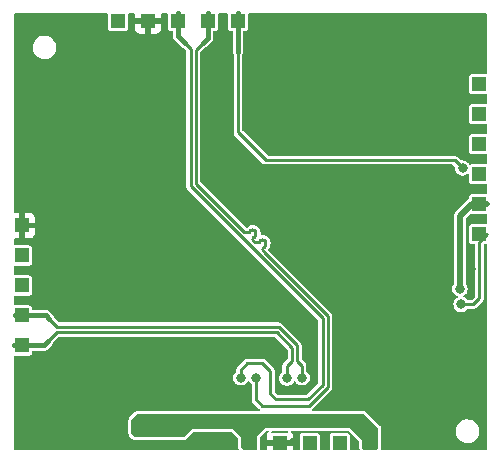
<source format=gbl>
G04 #@! TF.GenerationSoftware,KiCad,Pcbnew,8.0.0-rc1*
G04 #@! TF.CreationDate,2024-10-05T12:40:08+03:00*
G04 #@! TF.ProjectId,EC25_module,45433235-5f6d-46f6-9475-6c652e6b6963,rev?*
G04 #@! TF.SameCoordinates,Original*
G04 #@! TF.FileFunction,Copper,L2,Bot*
G04 #@! TF.FilePolarity,Positive*
%FSLAX46Y46*%
G04 Gerber Fmt 4.6, Leading zero omitted, Abs format (unit mm)*
G04 Created by KiCad (PCBNEW 8.0.0-rc1) date 2024-10-05 12:40:08*
%MOMM*%
%LPD*%
G01*
G04 APERTURE LIST*
G04 #@! TA.AperFunction,CastellatedPad*
%ADD10R,1.200000X1.250000*%
G04 #@! TD*
G04 #@! TA.AperFunction,CastellatedPad*
%ADD11R,1.250000X1.200000*%
G04 #@! TD*
G04 #@! TA.AperFunction,ViaPad*
%ADD12C,0.800000*%
G04 #@! TD*
G04 #@! TA.AperFunction,Conductor*
%ADD13C,0.250000*%
G04 #@! TD*
G04 #@! TA.AperFunction,Conductor*
%ADD14C,0.381000*%
G04 #@! TD*
G04 #@! TA.AperFunction,Conductor*
%ADD15C,0.508000*%
G04 #@! TD*
G04 APERTURE END LIST*
D10*
X125330000Y-78125000D03*
X122790000Y-78125000D03*
X120250000Y-78125000D03*
X117710000Y-78125000D03*
X115170000Y-78125000D03*
X126320000Y-113875000D03*
X128860000Y-113875000D03*
X131400000Y-113875000D03*
X133940000Y-113875000D03*
X136480000Y-113875000D03*
D11*
X145765000Y-96180000D03*
X145765000Y-93640000D03*
X145765000Y-91100000D03*
X145765000Y-88560000D03*
X145765000Y-86020000D03*
X145765000Y-83480000D03*
X107005000Y-95450000D03*
X107005000Y-97990000D03*
X107005000Y-100530000D03*
X107005000Y-103070000D03*
X107005000Y-105610000D03*
D12*
X107760000Y-92250000D03*
X108170000Y-110900000D03*
X114090000Y-91190000D03*
X111040000Y-113120000D03*
X145130000Y-108030000D03*
X111080000Y-79480000D03*
X144980000Y-104570000D03*
X145090000Y-80610000D03*
X107610000Y-82120000D03*
X114650000Y-88180000D03*
X114470000Y-96540000D03*
X114240000Y-93910000D03*
X139630000Y-113310000D03*
X138570000Y-78690000D03*
X107650000Y-89500000D03*
X107650000Y-85730000D03*
X133830000Y-78580000D03*
X114390000Y-86070000D03*
X145050000Y-78540000D03*
X142190000Y-78610000D03*
X130060000Y-113810000D03*
X129800000Y-79060000D03*
X114840000Y-106830000D03*
X114960000Y-102190000D03*
X142490000Y-80530000D03*
X108510000Y-113040000D03*
X145035000Y-99160000D03*
X114540000Y-99290000D03*
X118330000Y-112610000D03*
X117060000Y-112610000D03*
X119720000Y-112590000D03*
X126320000Y-112500000D03*
X134970000Y-112090000D03*
X130750000Y-108340000D03*
X129460000Y-108380000D03*
X144120000Y-100820000D03*
X125570000Y-108340000D03*
X144220000Y-102120000D03*
X126850000Y-108340000D03*
X144340000Y-90590000D03*
D13*
X130350000Y-106920000D02*
X130750000Y-107320000D01*
X110020000Y-104030000D02*
X128776396Y-104030000D01*
X106410000Y-103040000D02*
X106380000Y-103070000D01*
X109315000Y-103325000D02*
X110020000Y-104030000D01*
X128776396Y-104030000D02*
X130350000Y-105603604D01*
D14*
X109315000Y-103325000D02*
X109030000Y-103040000D01*
X109030000Y-103040000D02*
X106410000Y-103040000D01*
D13*
X130750000Y-107320000D02*
X130750000Y-108340000D01*
X130350000Y-105603604D02*
X130350000Y-106920000D01*
X129900000Y-106910000D02*
X129460000Y-107350000D01*
D14*
X108900000Y-105610000D02*
X109255000Y-105255000D01*
D13*
X128590000Y-104480000D02*
X129900000Y-105790000D01*
X129900000Y-105790000D02*
X129900000Y-106910000D01*
D14*
X106380000Y-105610000D02*
X108900000Y-105610000D01*
D13*
X129460000Y-107350000D02*
X129460000Y-108380000D01*
X109255000Y-105255000D02*
X110030000Y-104480000D01*
X110030000Y-104480000D02*
X128590000Y-104480000D01*
D15*
X144100000Y-100800000D02*
X144120000Y-100820000D01*
X145130000Y-93640000D02*
X144100000Y-94670000D01*
X144100000Y-94670000D02*
X144100000Y-100800000D01*
X146390000Y-93640000D02*
X145130000Y-93640000D01*
D13*
X128060000Y-107750000D02*
X127400000Y-107090000D01*
X121320000Y-92130000D02*
X132490000Y-103300000D01*
X125570000Y-107650000D02*
X125570000Y-108340000D01*
X127400000Y-107090000D02*
X126130000Y-107090000D01*
X120830000Y-79980000D02*
X121320000Y-80470000D01*
X128560000Y-110180000D02*
X128060000Y-109680000D01*
X131250000Y-110180000D02*
X128560000Y-110180000D01*
X128060000Y-109680000D02*
X128060000Y-107750000D01*
X121320000Y-80470000D02*
X121320000Y-92130000D01*
D14*
X120830000Y-79980000D02*
X120250000Y-79400000D01*
D13*
X132490000Y-108940000D02*
X131250000Y-110180000D01*
X126130000Y-107090000D02*
X125570000Y-107650000D01*
D14*
X120250000Y-79400000D02*
X120250000Y-77500000D01*
D13*
X132490000Y-103300000D02*
X132490000Y-108940000D01*
X145760000Y-101610000D02*
X145250000Y-102120000D01*
X146390000Y-96180000D02*
X145760000Y-96810000D01*
X145250000Y-102120000D02*
X144220000Y-102120000D01*
X145760000Y-96810000D02*
X145760000Y-101610000D01*
X126666990Y-96840594D02*
X126666991Y-96840595D01*
X122375000Y-79965000D02*
X121770000Y-80570000D01*
X126242727Y-95992067D02*
X126348794Y-95886001D01*
X126773058Y-96310265D02*
X126666990Y-96416330D01*
X127621586Y-97158793D02*
X127515518Y-97264858D01*
X127658402Y-97832006D02*
X132940000Y-103113604D01*
X121770000Y-91943604D02*
X125818463Y-95992067D01*
X127515518Y-97689122D02*
X127515519Y-97689123D01*
X132940000Y-103113604D02*
X132940000Y-109126396D01*
X126850000Y-110170000D02*
X126850000Y-108340000D01*
X127515519Y-97689123D02*
X127658402Y-97832006D01*
X131346396Y-110720000D02*
X127400000Y-110720000D01*
D14*
X122790000Y-79550000D02*
X122790000Y-77500000D01*
D13*
X127400000Y-110720000D02*
X126850000Y-110170000D01*
X132940000Y-109126396D02*
X131346396Y-110720000D01*
X127091255Y-96840595D02*
X127197322Y-96734529D01*
D14*
X122375000Y-79965000D02*
X122790000Y-79550000D01*
D13*
X121770000Y-80570000D02*
X121770000Y-91943604D01*
X126773058Y-95886001D02*
G75*
G02*
X126773025Y-96310232I-212158J-212099D01*
G01*
X127197323Y-96734530D02*
G75*
G02*
X127621585Y-96734530I212131J-212131D01*
G01*
X125818464Y-95992066D02*
G75*
G03*
X126242726Y-95992066I212131J212131D01*
G01*
X126348795Y-95886002D02*
G75*
G02*
X126773057Y-95886002I212131J-212131D01*
G01*
X127621586Y-96734529D02*
G75*
G02*
X127621625Y-97158832I-212086J-212171D01*
G01*
X126666990Y-96416330D02*
G75*
G03*
X126666952Y-96840632I212110J-212170D01*
G01*
X127515518Y-97264858D02*
G75*
G03*
X127515508Y-97689132I212082J-212142D01*
G01*
X126666992Y-96840594D02*
G75*
G03*
X127091254Y-96840594I212131J212131D01*
G01*
X125330000Y-87550000D02*
X125330000Y-80720000D01*
X143660000Y-89910000D02*
X127690000Y-89910000D01*
X144340000Y-90590000D02*
X143660000Y-89910000D01*
D14*
X125330000Y-77500000D02*
X125330000Y-80720000D01*
D13*
X127690000Y-89910000D02*
X125330000Y-87550000D01*
G04 #@! TA.AperFunction,Conductor*
G36*
X114305148Y-77514352D02*
G01*
X114319500Y-77549000D01*
X114319500Y-78774677D01*
X114334033Y-78847739D01*
X114389398Y-78930601D01*
X114472260Y-78985966D01*
X114545326Y-79000500D01*
X115794674Y-79000500D01*
X115867740Y-78985966D01*
X115950601Y-78930601D01*
X116005966Y-78847740D01*
X116020500Y-78774674D01*
X116020500Y-78375000D01*
X116610000Y-78375000D01*
X116610000Y-78797834D01*
X116616401Y-78857372D01*
X116616401Y-78857373D01*
X116666648Y-78992091D01*
X116752811Y-79107188D01*
X116867908Y-79193351D01*
X117002626Y-79243598D01*
X117062166Y-79250000D01*
X117460000Y-79250000D01*
X117460000Y-78375000D01*
X117960000Y-78375000D01*
X117960000Y-79250000D01*
X118357834Y-79250000D01*
X118417372Y-79243598D01*
X118417373Y-79243598D01*
X118552091Y-79193351D01*
X118667188Y-79107188D01*
X118753351Y-78992091D01*
X118803598Y-78857373D01*
X118803598Y-78857372D01*
X118810000Y-78797834D01*
X118810000Y-78375000D01*
X117960000Y-78375000D01*
X117460000Y-78375000D01*
X116610000Y-78375000D01*
X116020500Y-78375000D01*
X116020500Y-77549000D01*
X116034852Y-77514352D01*
X116069500Y-77500000D01*
X116561000Y-77500000D01*
X116595648Y-77514352D01*
X116610000Y-77549000D01*
X116610000Y-77875000D01*
X117236473Y-77875000D01*
X117341592Y-77980119D01*
X117478409Y-78059111D01*
X117631009Y-78100000D01*
X117788991Y-78100000D01*
X117941591Y-78059111D01*
X118078408Y-77980119D01*
X118183527Y-77875000D01*
X118810000Y-77875000D01*
X118810000Y-77549000D01*
X118824352Y-77514352D01*
X118859000Y-77500000D01*
X119350500Y-77500000D01*
X119385148Y-77514352D01*
X119399500Y-77549000D01*
X119399500Y-78774677D01*
X119414033Y-78847739D01*
X119469398Y-78930601D01*
X119552260Y-78985966D01*
X119625326Y-79000500D01*
X119760000Y-79000500D01*
X119794648Y-79014852D01*
X119809000Y-79049500D01*
X119809000Y-79458061D01*
X119839052Y-79570216D01*
X119839054Y-79570222D01*
X119864960Y-79615090D01*
X119864961Y-79615091D01*
X119897109Y-79670776D01*
X119897111Y-79670778D01*
X119897112Y-79670780D01*
X120559220Y-80332888D01*
X120617275Y-80366406D01*
X120659777Y-80390945D01*
X120659781Y-80390947D01*
X120715577Y-80405897D01*
X120737540Y-80418578D01*
X120930148Y-80611185D01*
X120944500Y-80645833D01*
X120944500Y-92179437D01*
X120970089Y-92274936D01*
X120970090Y-92274940D01*
X121019525Y-92360562D01*
X132100148Y-103441185D01*
X132114500Y-103475833D01*
X132114500Y-108764166D01*
X132100148Y-108798814D01*
X131108815Y-109790148D01*
X131074167Y-109804500D01*
X128735834Y-109804500D01*
X128701186Y-109790148D01*
X128449852Y-109538814D01*
X128435500Y-109504166D01*
X128435500Y-107700565D01*
X128435325Y-107699914D01*
X128435315Y-107699877D01*
X128422078Y-107650474D01*
X128409910Y-107605062D01*
X128409909Y-107605059D01*
X128360474Y-107519437D01*
X127630562Y-106789525D01*
X127544940Y-106740090D01*
X127544937Y-106740089D01*
X127497186Y-106727295D01*
X127449438Y-106714500D01*
X127449436Y-106714500D01*
X127449435Y-106714500D01*
X126179436Y-106714500D01*
X126080564Y-106714500D01*
X126080561Y-106714500D01*
X125985064Y-106740088D01*
X125985061Y-106740089D01*
X125899437Y-106789525D01*
X125899437Y-106789526D01*
X125269526Y-107419437D01*
X125269525Y-107419437D01*
X125220090Y-107505060D01*
X125218421Y-107511292D01*
X125218420Y-107511291D01*
X125218420Y-107511295D01*
X125199860Y-107580562D01*
X125199860Y-107580563D01*
X125194500Y-107600565D01*
X125194500Y-107781551D01*
X125180148Y-107816199D01*
X125177993Y-107818228D01*
X125079520Y-107905466D01*
X125079516Y-107905471D01*
X124989780Y-108035475D01*
X124933763Y-108183180D01*
X124914722Y-108340000D01*
X124933763Y-108496819D01*
X124989780Y-108644524D01*
X125047627Y-108728330D01*
X125079517Y-108774530D01*
X125079519Y-108774531D01*
X125079520Y-108774533D01*
X125177992Y-108861770D01*
X125197760Y-108879283D01*
X125337635Y-108952696D01*
X125491015Y-108990500D01*
X125491016Y-108990500D01*
X125648983Y-108990500D01*
X125648985Y-108990500D01*
X125802365Y-108952696D01*
X125942240Y-108879283D01*
X126060483Y-108774530D01*
X126150220Y-108644523D01*
X126164184Y-108607703D01*
X126189890Y-108580395D01*
X126227375Y-108579262D01*
X126254683Y-108604968D01*
X126255816Y-108607703D01*
X126269779Y-108644522D01*
X126269780Y-108644524D01*
X126359516Y-108774529D01*
X126359517Y-108774530D01*
X126404666Y-108814528D01*
X126457993Y-108861770D01*
X126474411Y-108895488D01*
X126474500Y-108898447D01*
X126474500Y-110219437D01*
X126500089Y-110314936D01*
X126500090Y-110314938D01*
X126517158Y-110344500D01*
X126549526Y-110400563D01*
X127099525Y-110950562D01*
X127169438Y-111020475D01*
X127173925Y-111023065D01*
X127196755Y-111052817D01*
X127191861Y-111089999D01*
X127162108Y-111112830D01*
X127149425Y-111114500D01*
X116820290Y-111114500D01*
X116722524Y-111133947D01*
X116722515Y-111133950D01*
X116687875Y-111148299D01*
X116687874Y-111148299D01*
X116604982Y-111203685D01*
X116133685Y-111674982D01*
X116078300Y-111757873D01*
X116064612Y-111790918D01*
X116064154Y-111791920D01*
X116063946Y-111792529D01*
X116044500Y-111890290D01*
X116044500Y-113039709D01*
X116063947Y-113137475D01*
X116063950Y-113137484D01*
X116078299Y-113172124D01*
X116078299Y-113172125D01*
X116078301Y-113172128D01*
X116078302Y-113172130D01*
X116133686Y-113255018D01*
X116384982Y-113506314D01*
X116467870Y-113561698D01*
X116467875Y-113561700D01*
X116500917Y-113575387D01*
X116501922Y-113575845D01*
X116502507Y-113576045D01*
X116502518Y-113576050D01*
X116502520Y-113576051D01*
X116502527Y-113576052D01*
X116502529Y-113576053D01*
X116600290Y-113595499D01*
X116600296Y-113595500D01*
X120769706Y-113595500D01*
X120814135Y-113586662D01*
X120867475Y-113576052D01*
X120867479Y-113576050D01*
X120867482Y-113576050D01*
X120902130Y-113561698D01*
X120985018Y-113506314D01*
X121521480Y-112969852D01*
X121556128Y-112955500D01*
X124793872Y-112955500D01*
X124828520Y-112969852D01*
X125310148Y-113451480D01*
X125324500Y-113486128D01*
X125324500Y-114139709D01*
X125343947Y-114237475D01*
X125343950Y-114237484D01*
X125358299Y-114272124D01*
X125358299Y-114272125D01*
X125413685Y-114355017D01*
X125455148Y-114396480D01*
X125469500Y-114431128D01*
X125469500Y-114451000D01*
X125455148Y-114485648D01*
X125420500Y-114500000D01*
X106429000Y-114500000D01*
X106394352Y-114485648D01*
X106380000Y-114451000D01*
X106380000Y-106509500D01*
X106394352Y-106474852D01*
X106429000Y-106460500D01*
X107654674Y-106460500D01*
X107727740Y-106445966D01*
X107810601Y-106390601D01*
X107865966Y-106307740D01*
X107880500Y-106234674D01*
X107880500Y-106100000D01*
X107894852Y-106065352D01*
X107929500Y-106051000D01*
X108958061Y-106051000D01*
X108997195Y-106040513D01*
X109070220Y-106020946D01*
X109170780Y-105962888D01*
X109252888Y-105880780D01*
X109607888Y-105525780D01*
X109665947Y-105425219D01*
X109680897Y-105369419D01*
X109693579Y-105347457D01*
X110171185Y-104869852D01*
X110205833Y-104855500D01*
X128414167Y-104855500D01*
X128448815Y-104869852D01*
X129510148Y-105931185D01*
X129524500Y-105965833D01*
X129524500Y-106734167D01*
X129510148Y-106768815D01*
X129159526Y-107119437D01*
X129159525Y-107119437D01*
X129110090Y-107205060D01*
X129108421Y-107211292D01*
X129108420Y-107211291D01*
X129108420Y-107211295D01*
X129088537Y-107285499D01*
X129088537Y-107285500D01*
X129084500Y-107300565D01*
X129084500Y-107821551D01*
X129070148Y-107856199D01*
X129067993Y-107858228D01*
X128969520Y-107945466D01*
X128969516Y-107945471D01*
X128879780Y-108075475D01*
X128823763Y-108223180D01*
X128804722Y-108380000D01*
X128823763Y-108536819D01*
X128879780Y-108684524D01*
X128934753Y-108764166D01*
X128969517Y-108814530D01*
X128969519Y-108814531D01*
X128969520Y-108814533D01*
X129025131Y-108863799D01*
X129087760Y-108919283D01*
X129227635Y-108992696D01*
X129381015Y-109030500D01*
X129381016Y-109030500D01*
X129538983Y-109030500D01*
X129538985Y-109030500D01*
X129692365Y-108992696D01*
X129832240Y-108919283D01*
X129950483Y-108814530D01*
X130040220Y-108684523D01*
X130066769Y-108614517D01*
X130092473Y-108587211D01*
X130129959Y-108586078D01*
X130157267Y-108611783D01*
X130158399Y-108614518D01*
X130169777Y-108644518D01*
X130169780Y-108644524D01*
X130227627Y-108728330D01*
X130259517Y-108774530D01*
X130259519Y-108774531D01*
X130259520Y-108774533D01*
X130357992Y-108861770D01*
X130377760Y-108879283D01*
X130517635Y-108952696D01*
X130671015Y-108990500D01*
X130671016Y-108990500D01*
X130828983Y-108990500D01*
X130828985Y-108990500D01*
X130982365Y-108952696D01*
X131122240Y-108879283D01*
X131240483Y-108774530D01*
X131330220Y-108644523D01*
X131386237Y-108496818D01*
X131405278Y-108340000D01*
X131386237Y-108183182D01*
X131330220Y-108035477D01*
X131240483Y-107905470D01*
X131240480Y-107905467D01*
X131240479Y-107905466D01*
X131142007Y-107818228D01*
X131125589Y-107784510D01*
X131125500Y-107781551D01*
X131125500Y-107270565D01*
X131125325Y-107269914D01*
X131125315Y-107269877D01*
X131101580Y-107181295D01*
X131101579Y-107181291D01*
X131101579Y-107181292D01*
X131099910Y-107175063D01*
X131099910Y-107175062D01*
X131050475Y-107089438D01*
X130980562Y-107019525D01*
X130739852Y-106778815D01*
X130725500Y-106744167D01*
X130725500Y-105554166D01*
X130699910Y-105458667D01*
X130699909Y-105458663D01*
X130650474Y-105373041D01*
X129006958Y-103729525D01*
X128921336Y-103680090D01*
X128921333Y-103680089D01*
X128873582Y-103667295D01*
X128825834Y-103654500D01*
X128825832Y-103654500D01*
X128825831Y-103654500D01*
X110195833Y-103654500D01*
X110161185Y-103640148D01*
X109753578Y-103232541D01*
X109740897Y-103210578D01*
X109725947Y-103154781D01*
X109667888Y-103054220D01*
X109300780Y-102687112D01*
X109300778Y-102687111D01*
X109300776Y-102687109D01*
X109279316Y-102674720D01*
X109266182Y-102667137D01*
X109200221Y-102629054D01*
X109088061Y-102599000D01*
X109088059Y-102599000D01*
X107929500Y-102599000D01*
X107894852Y-102584648D01*
X107880500Y-102550000D01*
X107880500Y-102445326D01*
X107880499Y-102445322D01*
X107875556Y-102420474D01*
X107865966Y-102372260D01*
X107851468Y-102350562D01*
X107810601Y-102289398D01*
X107727739Y-102234033D01*
X107654677Y-102219500D01*
X107654674Y-102219500D01*
X106463767Y-102219500D01*
X106429000Y-102219500D01*
X106394352Y-102205148D01*
X106380000Y-102170500D01*
X106380000Y-101429500D01*
X106394352Y-101394852D01*
X106429000Y-101380500D01*
X107654674Y-101380500D01*
X107727740Y-101365966D01*
X107810601Y-101310601D01*
X107865966Y-101227740D01*
X107880500Y-101154674D01*
X107880500Y-99905326D01*
X107865966Y-99832260D01*
X107810601Y-99749398D01*
X107727739Y-99694033D01*
X107654677Y-99679500D01*
X107654674Y-99679500D01*
X106463767Y-99679500D01*
X106429000Y-99679500D01*
X106394352Y-99665148D01*
X106380000Y-99630500D01*
X106380000Y-98889500D01*
X106394352Y-98854852D01*
X106429000Y-98840500D01*
X107654674Y-98840500D01*
X107727740Y-98825966D01*
X107810601Y-98770601D01*
X107865966Y-98687740D01*
X107880500Y-98614674D01*
X107880500Y-97365326D01*
X107865966Y-97292260D01*
X107852833Y-97272605D01*
X107810601Y-97209398D01*
X107727739Y-97154033D01*
X107654677Y-97139500D01*
X107654674Y-97139500D01*
X106463767Y-97139500D01*
X106429000Y-97139500D01*
X106394352Y-97125148D01*
X106380000Y-97090500D01*
X106380000Y-96599000D01*
X106394352Y-96564352D01*
X106429000Y-96550000D01*
X106755000Y-96550000D01*
X106755000Y-95923527D01*
X106860119Y-95818408D01*
X106928482Y-95700000D01*
X107255000Y-95700000D01*
X107255000Y-96550000D01*
X107677834Y-96550000D01*
X107737372Y-96543598D01*
X107737373Y-96543598D01*
X107872091Y-96493351D01*
X107987188Y-96407188D01*
X108073351Y-96292091D01*
X108123598Y-96157373D01*
X108123598Y-96157372D01*
X108130000Y-96097834D01*
X108130000Y-95700000D01*
X107255000Y-95700000D01*
X106928482Y-95700000D01*
X106939111Y-95681591D01*
X106980000Y-95528991D01*
X106980000Y-95371009D01*
X106939111Y-95218409D01*
X106860119Y-95081592D01*
X106755000Y-94976473D01*
X106755000Y-94350000D01*
X107255000Y-94350000D01*
X107255000Y-95200000D01*
X108130000Y-95200000D01*
X108130000Y-94802165D01*
X108123598Y-94742627D01*
X108123598Y-94742626D01*
X108073351Y-94607908D01*
X107987188Y-94492811D01*
X107872091Y-94406648D01*
X107737373Y-94356401D01*
X107677834Y-94350000D01*
X107255000Y-94350000D01*
X106755000Y-94350000D01*
X106429000Y-94350000D01*
X106394352Y-94335648D01*
X106380000Y-94301000D01*
X106380000Y-80370000D01*
X107932620Y-80370000D01*
X107953142Y-80571821D01*
X107996869Y-80711184D01*
X108013871Y-80765373D01*
X108051686Y-80833503D01*
X108112316Y-80942739D01*
X108112318Y-80942741D01*
X108244455Y-81096662D01*
X108404870Y-81220832D01*
X108404875Y-81220834D01*
X108404876Y-81220835D01*
X108586994Y-81310169D01*
X108586996Y-81310169D01*
X108586997Y-81310170D01*
X108783380Y-81361017D01*
X108957988Y-81369872D01*
X108985975Y-81371292D01*
X108985975Y-81371291D01*
X108985978Y-81371292D01*
X109186497Y-81340573D01*
X109376728Y-81270120D01*
X109548882Y-81162815D01*
X109695913Y-81023052D01*
X109811799Y-80856553D01*
X109891798Y-80670135D01*
X109932633Y-80471429D01*
X109934349Y-80403577D01*
X109935198Y-80370012D01*
X109935198Y-80369987D01*
X109932633Y-80268572D01*
X109932632Y-80268566D01*
X109891798Y-80069866D01*
X109891798Y-80069865D01*
X109811799Y-79883447D01*
X109695913Y-79716948D01*
X109548882Y-79577185D01*
X109376728Y-79469880D01*
X109376727Y-79469879D01*
X109376726Y-79469879D01*
X109281612Y-79434653D01*
X109186497Y-79399427D01*
X109186493Y-79399426D01*
X109186492Y-79399426D01*
X109070679Y-79381684D01*
X108985978Y-79368708D01*
X108985976Y-79368708D01*
X108985975Y-79368707D01*
X108791922Y-79378549D01*
X108783380Y-79378983D01*
X108783377Y-79378983D01*
X108586994Y-79429830D01*
X108404876Y-79519164D01*
X108404866Y-79519170D01*
X108244460Y-79643333D01*
X108244450Y-79643343D01*
X108112322Y-79797253D01*
X108112316Y-79797260D01*
X108013871Y-79974627D01*
X107953142Y-80168178D01*
X107932620Y-80370000D01*
X106380000Y-80370000D01*
X106380000Y-77549000D01*
X106394352Y-77514352D01*
X106429000Y-77500000D01*
X114270500Y-77500000D01*
X114305148Y-77514352D01*
G37*
G04 #@! TD.AperFunction*
G04 #@! TA.AperFunction,Conductor*
G36*
X127897444Y-112829852D02*
G01*
X127911796Y-112864500D01*
X127902022Y-112893865D01*
X127816648Y-113007908D01*
X127766401Y-113142626D01*
X127766401Y-113142627D01*
X127760000Y-113202165D01*
X127760000Y-113625000D01*
X129960000Y-113625000D01*
X129960000Y-113202165D01*
X129953598Y-113142627D01*
X129953598Y-113142626D01*
X129903351Y-113007908D01*
X129817978Y-112893865D01*
X129808703Y-112857527D01*
X129827839Y-112825274D01*
X129857204Y-112815500D01*
X134663872Y-112815500D01*
X134698520Y-112829852D01*
X135550148Y-113681480D01*
X135564500Y-113716128D01*
X135564500Y-114229709D01*
X135583947Y-114327475D01*
X135583950Y-114327484D01*
X135598300Y-114362127D01*
X135621242Y-114396462D01*
X135629500Y-114423685D01*
X135629500Y-114451000D01*
X135615148Y-114485648D01*
X135580500Y-114500000D01*
X134839500Y-114500000D01*
X134804852Y-114485648D01*
X134790500Y-114451000D01*
X134790500Y-113225326D01*
X134790499Y-113225322D01*
X134775966Y-113152260D01*
X134720601Y-113069398D01*
X134637739Y-113014033D01*
X134564677Y-112999500D01*
X134564674Y-112999500D01*
X133315326Y-112999500D01*
X133315322Y-112999500D01*
X133242260Y-113014033D01*
X133159398Y-113069398D01*
X133104033Y-113152260D01*
X133089500Y-113225322D01*
X133089500Y-114451000D01*
X133075148Y-114485648D01*
X133040500Y-114500000D01*
X132299500Y-114500000D01*
X132264852Y-114485648D01*
X132250500Y-114451000D01*
X132250500Y-113225326D01*
X132250499Y-113225322D01*
X132235966Y-113152260D01*
X132180601Y-113069398D01*
X132097739Y-113014033D01*
X132024677Y-112999500D01*
X132024674Y-112999500D01*
X130775326Y-112999500D01*
X130775322Y-112999500D01*
X130702260Y-113014033D01*
X130619398Y-113069398D01*
X130564033Y-113152260D01*
X130549500Y-113225322D01*
X130549500Y-114451000D01*
X130535148Y-114485648D01*
X130500500Y-114500000D01*
X130009000Y-114500000D01*
X129974352Y-114485648D01*
X129960000Y-114451000D01*
X129960000Y-114125000D01*
X129333527Y-114125000D01*
X129228408Y-114019881D01*
X129091591Y-113940889D01*
X128938991Y-113900000D01*
X128781009Y-113900000D01*
X128628409Y-113940889D01*
X128491592Y-114019881D01*
X128386473Y-114125000D01*
X127760000Y-114125000D01*
X127760000Y-114451000D01*
X127745648Y-114485648D01*
X127711000Y-114500000D01*
X127219500Y-114500000D01*
X127184852Y-114485648D01*
X127170500Y-114451000D01*
X127170500Y-114403752D01*
X127178759Y-114376527D01*
X127181698Y-114372130D01*
X127195389Y-114339076D01*
X127195847Y-114338073D01*
X127196043Y-114337497D01*
X127196050Y-114337482D01*
X127196051Y-114337480D01*
X127215500Y-114239704D01*
X127215500Y-113426127D01*
X127229852Y-113391479D01*
X127791480Y-112829852D01*
X127826128Y-112815500D01*
X127862796Y-112815500D01*
X127897444Y-112829852D01*
G37*
G04 #@! TD.AperFunction*
G04 #@! TA.AperFunction,Conductor*
G36*
X124465148Y-77514352D02*
G01*
X124479500Y-77549000D01*
X124479500Y-78774677D01*
X124494033Y-78847739D01*
X124549398Y-78930601D01*
X124632260Y-78985966D01*
X124705326Y-79000500D01*
X124840000Y-79000500D01*
X124874648Y-79014852D01*
X124889000Y-79049500D01*
X124889000Y-80778061D01*
X124919052Y-80890216D01*
X124919054Y-80890222D01*
X124947935Y-80940243D01*
X124954500Y-80964743D01*
X124954500Y-87599437D01*
X124980089Y-87694936D01*
X124980090Y-87694939D01*
X125028853Y-87779397D01*
X125028854Y-87779400D01*
X125029521Y-87780556D01*
X125029524Y-87780560D01*
X125029526Y-87780563D01*
X127389525Y-90140562D01*
X127459438Y-90210475D01*
X127490776Y-90228568D01*
X127545059Y-90259909D01*
X127545062Y-90259910D01*
X127592813Y-90272705D01*
X127608730Y-90276970D01*
X127640562Y-90285500D01*
X127640564Y-90285500D01*
X127640565Y-90285500D01*
X143484167Y-90285500D01*
X143518815Y-90299852D01*
X143681303Y-90462340D01*
X143695655Y-90496988D01*
X143695298Y-90502894D01*
X143684722Y-90589999D01*
X143703763Y-90746819D01*
X143759780Y-90894524D01*
X143790499Y-90939028D01*
X143849517Y-91024530D01*
X143849519Y-91024531D01*
X143849520Y-91024533D01*
X143871992Y-91044441D01*
X143967760Y-91129283D01*
X144107635Y-91202696D01*
X144261015Y-91240500D01*
X144261016Y-91240500D01*
X144418983Y-91240500D01*
X144418985Y-91240500D01*
X144572365Y-91202696D01*
X144712240Y-91129283D01*
X144808008Y-91044440D01*
X144843459Y-91032207D01*
X144877177Y-91048625D01*
X144889500Y-91081118D01*
X144889500Y-91724677D01*
X144904033Y-91797739D01*
X144959398Y-91880601D01*
X145015096Y-91917816D01*
X145042260Y-91935966D01*
X145115326Y-91950500D01*
X146341000Y-91950500D01*
X146375648Y-91964852D01*
X146390000Y-91999500D01*
X146390000Y-92740500D01*
X146375648Y-92775148D01*
X146341000Y-92789500D01*
X145115322Y-92789500D01*
X145042260Y-92804033D01*
X144959398Y-92859398D01*
X144904033Y-92942260D01*
X144889500Y-93015322D01*
X144889500Y-93168016D01*
X144875148Y-93202664D01*
X144865000Y-93210451D01*
X144820229Y-93236299D01*
X144820229Y-93236300D01*
X143696301Y-94360227D01*
X143696296Y-94360233D01*
X143676975Y-94393702D01*
X143676974Y-94393703D01*
X143629881Y-94475267D01*
X143629880Y-94475271D01*
X143595500Y-94603578D01*
X143595500Y-100419483D01*
X143586826Y-100447318D01*
X143539780Y-100515475D01*
X143483763Y-100663180D01*
X143464722Y-100820000D01*
X143483763Y-100976819D01*
X143539780Y-101124524D01*
X143585407Y-101190626D01*
X143629517Y-101254530D01*
X143747760Y-101359283D01*
X143887635Y-101432696D01*
X143926959Y-101442388D01*
X143957166Y-101464614D01*
X143962809Y-101501690D01*
X143940583Y-101531897D01*
X143938005Y-101533351D01*
X143847760Y-101580716D01*
X143729520Y-101685466D01*
X143729516Y-101685471D01*
X143639780Y-101815475D01*
X143583763Y-101963180D01*
X143564722Y-102120000D01*
X143583763Y-102276819D01*
X143639780Y-102424524D01*
X143688772Y-102495500D01*
X143729517Y-102554530D01*
X143729519Y-102554531D01*
X143729520Y-102554533D01*
X143779714Y-102599000D01*
X143847760Y-102659283D01*
X143987635Y-102732696D01*
X144141015Y-102770500D01*
X144141016Y-102770500D01*
X144298983Y-102770500D01*
X144298985Y-102770500D01*
X144452365Y-102732696D01*
X144592240Y-102659283D01*
X144710483Y-102554530D01*
X144736619Y-102516663D01*
X144768112Y-102496303D01*
X144776945Y-102495500D01*
X145299438Y-102495500D01*
X145328655Y-102487670D01*
X145347186Y-102482705D01*
X145394938Y-102469910D01*
X145480562Y-102420475D01*
X145550475Y-102350562D01*
X146060474Y-101840563D01*
X146060475Y-101840562D01*
X146109910Y-101754938D01*
X146128524Y-101685470D01*
X146135500Y-101659437D01*
X146135500Y-97079500D01*
X146149852Y-97044852D01*
X146184500Y-97030500D01*
X146341000Y-97030500D01*
X146375648Y-97044852D01*
X146390000Y-97079500D01*
X146390000Y-114451000D01*
X146375648Y-114485648D01*
X146341000Y-114500000D01*
X137447975Y-114500000D01*
X137413327Y-114485648D01*
X137398975Y-114451000D01*
X137407232Y-114423779D01*
X137421698Y-114402130D01*
X137435389Y-114369076D01*
X137435847Y-114368073D01*
X137436043Y-114367497D01*
X137436050Y-114367482D01*
X137436051Y-114367480D01*
X137455500Y-114269704D01*
X137455500Y-112860000D01*
X143747422Y-112860000D01*
X143767944Y-113061821D01*
X143802553Y-113172124D01*
X143828673Y-113255373D01*
X143866488Y-113323503D01*
X143927118Y-113432739D01*
X143927120Y-113432741D01*
X144059257Y-113586662D01*
X144059261Y-113586665D01*
X144059262Y-113586666D01*
X144070675Y-113595500D01*
X144219672Y-113710832D01*
X144219677Y-113710834D01*
X144219678Y-113710835D01*
X144401796Y-113800169D01*
X144401798Y-113800169D01*
X144401799Y-113800170D01*
X144598182Y-113851017D01*
X144772790Y-113859872D01*
X144800777Y-113861292D01*
X144800777Y-113861291D01*
X144800780Y-113861292D01*
X145001299Y-113830573D01*
X145191530Y-113760120D01*
X145363684Y-113652815D01*
X145510715Y-113513052D01*
X145626601Y-113346553D01*
X145706600Y-113160135D01*
X145747435Y-112961429D01*
X145750000Y-112860000D01*
X145749937Y-112857527D01*
X145747435Y-112758572D01*
X145747434Y-112758566D01*
X145714908Y-112600294D01*
X145706600Y-112559865D01*
X145626601Y-112373447D01*
X145510715Y-112206948D01*
X145363684Y-112067185D01*
X145191530Y-111959880D01*
X145191529Y-111959879D01*
X145191528Y-111959879D01*
X145096414Y-111924653D01*
X145001299Y-111889427D01*
X145001295Y-111889426D01*
X145001294Y-111889426D01*
X144914464Y-111876124D01*
X144800780Y-111858708D01*
X144800778Y-111858708D01*
X144800777Y-111858707D01*
X144606724Y-111868549D01*
X144598182Y-111868983D01*
X144598179Y-111868983D01*
X144401796Y-111919830D01*
X144219678Y-112009164D01*
X144219668Y-112009170D01*
X144059262Y-112133333D01*
X144059252Y-112133343D01*
X143927124Y-112287253D01*
X143927118Y-112287260D01*
X143828673Y-112464627D01*
X143767944Y-112658178D01*
X143747422Y-112860000D01*
X137455500Y-112860000D01*
X137455500Y-112600294D01*
X137447458Y-112559865D01*
X137436052Y-112502524D01*
X137436049Y-112502515D01*
X137421700Y-112467875D01*
X137421700Y-112467874D01*
X137421699Y-112467872D01*
X137421698Y-112467870D01*
X137366314Y-112384982D01*
X136185018Y-111203686D01*
X136102130Y-111148302D01*
X136102127Y-111148300D01*
X136102126Y-111148300D01*
X136069081Y-111134612D01*
X136068078Y-111134154D01*
X136067482Y-111133950D01*
X136067480Y-111133949D01*
X136067477Y-111133948D01*
X136067470Y-111133946D01*
X135969709Y-111114500D01*
X135969704Y-111114500D01*
X131596971Y-111114500D01*
X131562323Y-111100148D01*
X131547971Y-111065500D01*
X131562323Y-111030852D01*
X131572466Y-111023068D01*
X131576958Y-111020475D01*
X131646871Y-110950562D01*
X133240474Y-109356959D01*
X133255987Y-109330090D01*
X133289910Y-109271334D01*
X133302705Y-109223582D01*
X133315500Y-109175833D01*
X133315500Y-103064167D01*
X133304878Y-103024527D01*
X133304878Y-103024526D01*
X133289911Y-102968667D01*
X133289910Y-102968665D01*
X133240474Y-102883041D01*
X127869072Y-97511639D01*
X127854720Y-97476991D01*
X127869071Y-97442344D01*
X127872719Y-97438697D01*
X127872852Y-97438641D01*
X127887138Y-97424354D01*
X127887139Y-97424355D01*
X127940964Y-97370530D01*
X128021960Y-97241622D01*
X128072235Y-97097922D01*
X128089269Y-96946638D01*
X128089269Y-96946633D01*
X128072207Y-96795360D01*
X128072207Y-96795358D01*
X128072207Y-96795356D01*
X128021905Y-96651665D01*
X127940886Y-96522773D01*
X127889692Y-96471597D01*
X127887105Y-96469010D01*
X127880216Y-96462121D01*
X127880209Y-96462116D01*
X127833289Y-96415196D01*
X127833281Y-96415189D01*
X127704399Y-96334209D01*
X127704396Y-96334207D01*
X127560718Y-96283931D01*
X127560714Y-96283930D01*
X127560712Y-96283930D01*
X127409454Y-96266888D01*
X127280290Y-96281440D01*
X127244253Y-96271057D01*
X127226112Y-96238234D01*
X127226112Y-96227263D01*
X127233993Y-96157372D01*
X127240669Y-96098158D01*
X127240669Y-96098151D01*
X127223641Y-95946907D01*
X127223640Y-95946902D01*
X127223640Y-95946900D01*
X127173384Y-95803228D01*
X127096975Y-95681591D01*
X127092420Y-95674339D01*
X127092418Y-95674338D01*
X127079402Y-95661317D01*
X127079343Y-95661249D01*
X127038577Y-95620481D01*
X127038573Y-95620478D01*
X127003627Y-95585523D01*
X127000443Y-95582338D01*
X127000441Y-95582337D01*
X126998071Y-95579966D01*
X126997979Y-95579886D01*
X126984761Y-95566668D01*
X126984753Y-95566661D01*
X126855871Y-95485681D01*
X126855868Y-95485679D01*
X126712190Y-95435403D01*
X126712186Y-95435402D01*
X126712184Y-95435402D01*
X126560926Y-95418360D01*
X126409667Y-95435402D01*
X126409658Y-95435404D01*
X126265986Y-95485678D01*
X126265980Y-95485681D01*
X126137091Y-95566666D01*
X126065243Y-95638514D01*
X126030595Y-95652866D01*
X125995947Y-95638514D01*
X122159852Y-91802419D01*
X122145500Y-91767771D01*
X122145500Y-80745832D01*
X122159851Y-80711185D01*
X122467460Y-80403575D01*
X122489419Y-80390897D01*
X122545219Y-80375946D01*
X122645780Y-80317888D01*
X123142888Y-79820780D01*
X123200947Y-79720219D01*
X123230999Y-79608062D01*
X123231000Y-79608062D01*
X123231000Y-79049500D01*
X123245352Y-79014852D01*
X123280000Y-79000500D01*
X123414674Y-79000500D01*
X123487740Y-78985966D01*
X123570601Y-78930601D01*
X123625966Y-78847740D01*
X123640500Y-78774674D01*
X123640500Y-77549000D01*
X123654852Y-77514352D01*
X123689500Y-77500000D01*
X124430500Y-77500000D01*
X124465148Y-77514352D01*
G37*
G04 #@! TD.AperFunction*
G04 #@! TA.AperFunction,Conductor*
G36*
X145038958Y-94475309D02*
G01*
X145042259Y-94475965D01*
X145042260Y-94475966D01*
X145115326Y-94490500D01*
X146341000Y-94490500D01*
X146375648Y-94504852D01*
X146390000Y-94539500D01*
X146390000Y-95280500D01*
X146375648Y-95315148D01*
X146341000Y-95329500D01*
X145115322Y-95329500D01*
X145042260Y-95344033D01*
X144959398Y-95399398D01*
X144904033Y-95482260D01*
X144889500Y-95555322D01*
X144889500Y-96804677D01*
X144904033Y-96877739D01*
X144959398Y-96960601D01*
X145015096Y-96997816D01*
X145042260Y-97015966D01*
X145115326Y-97030500D01*
X145335500Y-97030500D01*
X145370148Y-97044852D01*
X145384500Y-97079500D01*
X145384500Y-101434167D01*
X145370148Y-101468815D01*
X145108815Y-101730148D01*
X145074167Y-101744500D01*
X144776945Y-101744500D01*
X144742297Y-101730148D01*
X144736623Y-101723342D01*
X144710483Y-101685470D01*
X144710478Y-101685466D01*
X144592239Y-101580716D01*
X144452364Y-101507303D01*
X144413040Y-101497611D01*
X144382833Y-101475385D01*
X144377190Y-101438309D01*
X144399416Y-101408102D01*
X144401995Y-101406648D01*
X144492238Y-101359284D01*
X144492237Y-101359284D01*
X144492240Y-101359283D01*
X144610483Y-101254530D01*
X144700220Y-101124523D01*
X144756237Y-100976818D01*
X144775278Y-100820000D01*
X144756237Y-100663182D01*
X144700220Y-100515477D01*
X144700219Y-100515475D01*
X144613174Y-100389367D01*
X144604500Y-100361532D01*
X144604500Y-94899266D01*
X144618851Y-94864619D01*
X144994751Y-94488718D01*
X145029398Y-94474367D01*
X145038958Y-94475309D01*
G37*
G04 #@! TD.AperFunction*
G04 #@! TA.AperFunction,Conductor*
G36*
X146375648Y-77514352D02*
G01*
X146390000Y-77549000D01*
X146390000Y-82580500D01*
X146375648Y-82615148D01*
X146341000Y-82629500D01*
X145115322Y-82629500D01*
X145042260Y-82644033D01*
X144959398Y-82699398D01*
X144904033Y-82782260D01*
X144889500Y-82855322D01*
X144889500Y-84104677D01*
X144904033Y-84177739D01*
X144959398Y-84260601D01*
X145015096Y-84297816D01*
X145042260Y-84315966D01*
X145115326Y-84330500D01*
X146341000Y-84330500D01*
X146375648Y-84344852D01*
X146390000Y-84379500D01*
X146390000Y-85120500D01*
X146375648Y-85155148D01*
X146341000Y-85169500D01*
X145115322Y-85169500D01*
X145042260Y-85184033D01*
X144959398Y-85239398D01*
X144904033Y-85322260D01*
X144889500Y-85395322D01*
X144889500Y-86644677D01*
X144904033Y-86717739D01*
X144959398Y-86800601D01*
X145015096Y-86837816D01*
X145042260Y-86855966D01*
X145115326Y-86870500D01*
X146341000Y-86870500D01*
X146375648Y-86884852D01*
X146390000Y-86919500D01*
X146390000Y-87660500D01*
X146375648Y-87695148D01*
X146341000Y-87709500D01*
X145115322Y-87709500D01*
X145042260Y-87724033D01*
X144959398Y-87779398D01*
X144904033Y-87862260D01*
X144889500Y-87935322D01*
X144889500Y-89184677D01*
X144904033Y-89257739D01*
X144959398Y-89340601D01*
X145015096Y-89377816D01*
X145042260Y-89395966D01*
X145115326Y-89410500D01*
X146341000Y-89410500D01*
X146375648Y-89424852D01*
X146390000Y-89459500D01*
X146390000Y-90200500D01*
X146375648Y-90235148D01*
X146341000Y-90249500D01*
X145115322Y-90249500D01*
X145042260Y-90264033D01*
X144988741Y-90299793D01*
X144951959Y-90307109D01*
X144921193Y-90286886D01*
X144861565Y-90200500D01*
X144830483Y-90155470D01*
X144830480Y-90155467D01*
X144830479Y-90155466D01*
X144712239Y-90050716D01*
X144572364Y-89977303D01*
X144451455Y-89947503D01*
X144418985Y-89939500D01*
X144261015Y-89939500D01*
X144261012Y-89939500D01*
X144255365Y-89940891D01*
X144218290Y-89935242D01*
X144208998Y-89927961D01*
X143890562Y-89609525D01*
X143804940Y-89560090D01*
X143804937Y-89560089D01*
X143757186Y-89547295D01*
X143709438Y-89534500D01*
X143709436Y-89534500D01*
X143709435Y-89534500D01*
X127865833Y-89534500D01*
X127831185Y-89520148D01*
X125719852Y-87408815D01*
X125705500Y-87374167D01*
X125705500Y-80964743D01*
X125712065Y-80940243D01*
X125740945Y-80890222D01*
X125740947Y-80890216D01*
X125771000Y-80778061D01*
X125771000Y-79049500D01*
X125785352Y-79014852D01*
X125820000Y-79000500D01*
X125954674Y-79000500D01*
X126027740Y-78985966D01*
X126110601Y-78930601D01*
X126165966Y-78847740D01*
X126180500Y-78774674D01*
X126180500Y-77549000D01*
X126194852Y-77514352D01*
X126229500Y-77500000D01*
X146341000Y-77500000D01*
X146375648Y-77514352D01*
G37*
G04 #@! TD.AperFunction*
G04 #@! TA.AperFunction,Conductor*
G36*
X136004352Y-111384352D02*
G01*
X137185648Y-112565648D01*
X137200000Y-112600296D01*
X137200000Y-114269704D01*
X137185648Y-114304352D01*
X137024352Y-114465648D01*
X136989704Y-114480000D01*
X136070296Y-114480000D01*
X136035648Y-114465648D01*
X135834352Y-114264352D01*
X135820000Y-114229704D01*
X135820000Y-113590000D01*
X134790000Y-112560000D01*
X127700000Y-112560000D01*
X126960000Y-113299999D01*
X126960000Y-114239704D01*
X126945648Y-114274352D01*
X126764352Y-114455648D01*
X126729704Y-114470000D01*
X125910296Y-114470000D01*
X125875648Y-114455648D01*
X125594352Y-114174352D01*
X125580000Y-114139704D01*
X125580000Y-113360000D01*
X124920000Y-112700000D01*
X121430000Y-112700000D01*
X120804352Y-113325648D01*
X120769704Y-113340000D01*
X116600296Y-113340000D01*
X116565648Y-113325648D01*
X116314352Y-113074352D01*
X116300000Y-113039704D01*
X116300000Y-111890296D01*
X116314352Y-111855648D01*
X116785648Y-111384352D01*
X116820296Y-111370000D01*
X135969704Y-111370000D01*
X136004352Y-111384352D01*
G37*
G04 #@! TD.AperFunction*
G04 #@! TA.AperFunction,NonConductor*
G36*
X129543704Y-112829852D02*
G01*
X129557986Y-112861877D01*
X129561139Y-112920713D01*
X129561140Y-112920716D01*
X129567387Y-112945189D01*
X129570416Y-112957056D01*
X129586585Y-112990852D01*
X129588592Y-113028301D01*
X129563530Y-113056201D01*
X129532824Y-113060057D01*
X129479753Y-113049500D01*
X129479748Y-113049500D01*
X128240252Y-113049500D01*
X128209055Y-113055705D01*
X128190012Y-113059493D01*
X128153229Y-113052176D01*
X128132394Y-113020993D01*
X128137036Y-112988720D01*
X128144444Y-112974559D01*
X128144444Y-112974558D01*
X128144446Y-112974555D01*
X128154220Y-112945190D01*
X128167296Y-112864498D01*
X128167295Y-112864497D01*
X128167997Y-112860170D01*
X128169275Y-112860377D01*
X128181049Y-112830469D01*
X128215438Y-112815508D01*
X128216304Y-112815500D01*
X129509056Y-112815500D01*
X129543704Y-112829852D01*
G37*
G04 #@! TD.AperFunction*
M02*

</source>
